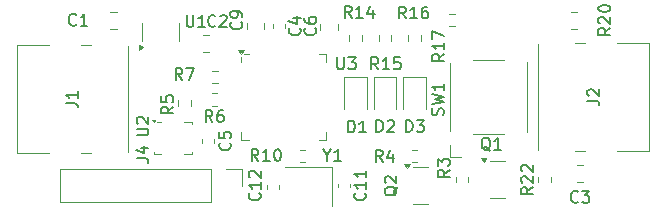
<source format=gbr>
%TF.GenerationSoftware,KiCad,Pcbnew,9.0.4*%
%TF.CreationDate,2025-10-08T21:43:02+01:00*%
%TF.ProjectId,DashcamPower,44617368-6361-46d5-906f-7765722e6b69,rev?*%
%TF.SameCoordinates,Original*%
%TF.FileFunction,Legend,Top*%
%TF.FilePolarity,Positive*%
%FSLAX46Y46*%
G04 Gerber Fmt 4.6, Leading zero omitted, Abs format (unit mm)*
G04 Created by KiCad (PCBNEW 9.0.4) date 2025-10-08 21:43:02*
%MOMM*%
%LPD*%
G01*
G04 APERTURE LIST*
%ADD10C,0.150000*%
%ADD11C,0.120000*%
G04 APERTURE END LIST*
D10*
X95783333Y-105504819D02*
X95450000Y-105028628D01*
X95211905Y-105504819D02*
X95211905Y-104504819D01*
X95211905Y-104504819D02*
X95592857Y-104504819D01*
X95592857Y-104504819D02*
X95688095Y-104552438D01*
X95688095Y-104552438D02*
X95735714Y-104600057D01*
X95735714Y-104600057D02*
X95783333Y-104695295D01*
X95783333Y-104695295D02*
X95783333Y-104838152D01*
X95783333Y-104838152D02*
X95735714Y-104933390D01*
X95735714Y-104933390D02*
X95688095Y-104981009D01*
X95688095Y-104981009D02*
X95592857Y-105028628D01*
X95592857Y-105028628D02*
X95211905Y-105028628D01*
X96640476Y-104838152D02*
X96640476Y-105504819D01*
X96402381Y-104457200D02*
X96164286Y-105171485D01*
X96164286Y-105171485D02*
X96783333Y-105171485D01*
X78054819Y-100816666D02*
X77578628Y-101149999D01*
X78054819Y-101388094D02*
X77054819Y-101388094D01*
X77054819Y-101388094D02*
X77054819Y-101007142D01*
X77054819Y-101007142D02*
X77102438Y-100911904D01*
X77102438Y-100911904D02*
X77150057Y-100864285D01*
X77150057Y-100864285D02*
X77245295Y-100816666D01*
X77245295Y-100816666D02*
X77388152Y-100816666D01*
X77388152Y-100816666D02*
X77483390Y-100864285D01*
X77483390Y-100864285D02*
X77531009Y-100911904D01*
X77531009Y-100911904D02*
X77578628Y-101007142D01*
X77578628Y-101007142D02*
X77578628Y-101388094D01*
X77054819Y-99911904D02*
X77054819Y-100388094D01*
X77054819Y-100388094D02*
X77531009Y-100435713D01*
X77531009Y-100435713D02*
X77483390Y-100388094D01*
X77483390Y-100388094D02*
X77435771Y-100292856D01*
X77435771Y-100292856D02*
X77435771Y-100054761D01*
X77435771Y-100054761D02*
X77483390Y-99959523D01*
X77483390Y-99959523D02*
X77531009Y-99911904D01*
X77531009Y-99911904D02*
X77626247Y-99864285D01*
X77626247Y-99864285D02*
X77864342Y-99864285D01*
X77864342Y-99864285D02*
X77959580Y-99911904D01*
X77959580Y-99911904D02*
X78007200Y-99959523D01*
X78007200Y-99959523D02*
X78054819Y-100054761D01*
X78054819Y-100054761D02*
X78054819Y-100292856D01*
X78054819Y-100292856D02*
X78007200Y-100388094D01*
X78007200Y-100388094D02*
X77959580Y-100435713D01*
X88759580Y-94166666D02*
X88807200Y-94214285D01*
X88807200Y-94214285D02*
X88854819Y-94357142D01*
X88854819Y-94357142D02*
X88854819Y-94452380D01*
X88854819Y-94452380D02*
X88807200Y-94595237D01*
X88807200Y-94595237D02*
X88711961Y-94690475D01*
X88711961Y-94690475D02*
X88616723Y-94738094D01*
X88616723Y-94738094D02*
X88426247Y-94785713D01*
X88426247Y-94785713D02*
X88283390Y-94785713D01*
X88283390Y-94785713D02*
X88092914Y-94738094D01*
X88092914Y-94738094D02*
X87997676Y-94690475D01*
X87997676Y-94690475D02*
X87902438Y-94595237D01*
X87902438Y-94595237D02*
X87854819Y-94452380D01*
X87854819Y-94452380D02*
X87854819Y-94357142D01*
X87854819Y-94357142D02*
X87902438Y-94214285D01*
X87902438Y-94214285D02*
X87950057Y-94166666D01*
X88188152Y-93309523D02*
X88854819Y-93309523D01*
X87807200Y-93547618D02*
X88521485Y-93785713D01*
X88521485Y-93785713D02*
X88521485Y-93166666D01*
X113129819Y-100333333D02*
X113844104Y-100333333D01*
X113844104Y-100333333D02*
X113986961Y-100380952D01*
X113986961Y-100380952D02*
X114082200Y-100476190D01*
X114082200Y-100476190D02*
X114129819Y-100619047D01*
X114129819Y-100619047D02*
X114129819Y-100714285D01*
X113225057Y-99904761D02*
X113177438Y-99857142D01*
X113177438Y-99857142D02*
X113129819Y-99761904D01*
X113129819Y-99761904D02*
X113129819Y-99523809D01*
X113129819Y-99523809D02*
X113177438Y-99428571D01*
X113177438Y-99428571D02*
X113225057Y-99380952D01*
X113225057Y-99380952D02*
X113320295Y-99333333D01*
X113320295Y-99333333D02*
X113415533Y-99333333D01*
X113415533Y-99333333D02*
X113558390Y-99380952D01*
X113558390Y-99380952D02*
X114129819Y-99952380D01*
X114129819Y-99952380D02*
X114129819Y-99333333D01*
X95407142Y-97654819D02*
X95073809Y-97178628D01*
X94835714Y-97654819D02*
X94835714Y-96654819D01*
X94835714Y-96654819D02*
X95216666Y-96654819D01*
X95216666Y-96654819D02*
X95311904Y-96702438D01*
X95311904Y-96702438D02*
X95359523Y-96750057D01*
X95359523Y-96750057D02*
X95407142Y-96845295D01*
X95407142Y-96845295D02*
X95407142Y-96988152D01*
X95407142Y-96988152D02*
X95359523Y-97083390D01*
X95359523Y-97083390D02*
X95311904Y-97131009D01*
X95311904Y-97131009D02*
X95216666Y-97178628D01*
X95216666Y-97178628D02*
X94835714Y-97178628D01*
X96359523Y-97654819D02*
X95788095Y-97654819D01*
X96073809Y-97654819D02*
X96073809Y-96654819D01*
X96073809Y-96654819D02*
X95978571Y-96797676D01*
X95978571Y-96797676D02*
X95883333Y-96892914D01*
X95883333Y-96892914D02*
X95788095Y-96940533D01*
X97264285Y-96654819D02*
X96788095Y-96654819D01*
X96788095Y-96654819D02*
X96740476Y-97131009D01*
X96740476Y-97131009D02*
X96788095Y-97083390D01*
X96788095Y-97083390D02*
X96883333Y-97035771D01*
X96883333Y-97035771D02*
X97121428Y-97035771D01*
X97121428Y-97035771D02*
X97216666Y-97083390D01*
X97216666Y-97083390D02*
X97264285Y-97131009D01*
X97264285Y-97131009D02*
X97311904Y-97226247D01*
X97311904Y-97226247D02*
X97311904Y-97464342D01*
X97311904Y-97464342D02*
X97264285Y-97559580D01*
X97264285Y-97559580D02*
X97216666Y-97607200D01*
X97216666Y-97607200D02*
X97121428Y-97654819D01*
X97121428Y-97654819D02*
X96883333Y-97654819D01*
X96883333Y-97654819D02*
X96788095Y-97607200D01*
X96788095Y-97607200D02*
X96740476Y-97559580D01*
X101454819Y-106166666D02*
X100978628Y-106499999D01*
X101454819Y-106738094D02*
X100454819Y-106738094D01*
X100454819Y-106738094D02*
X100454819Y-106357142D01*
X100454819Y-106357142D02*
X100502438Y-106261904D01*
X100502438Y-106261904D02*
X100550057Y-106214285D01*
X100550057Y-106214285D02*
X100645295Y-106166666D01*
X100645295Y-106166666D02*
X100788152Y-106166666D01*
X100788152Y-106166666D02*
X100883390Y-106214285D01*
X100883390Y-106214285D02*
X100931009Y-106261904D01*
X100931009Y-106261904D02*
X100978628Y-106357142D01*
X100978628Y-106357142D02*
X100978628Y-106738094D01*
X100454819Y-105833332D02*
X100454819Y-105214285D01*
X100454819Y-105214285D02*
X100835771Y-105547618D01*
X100835771Y-105547618D02*
X100835771Y-105404761D01*
X100835771Y-105404761D02*
X100883390Y-105309523D01*
X100883390Y-105309523D02*
X100931009Y-105261904D01*
X100931009Y-105261904D02*
X101026247Y-105214285D01*
X101026247Y-105214285D02*
X101264342Y-105214285D01*
X101264342Y-105214285D02*
X101359580Y-105261904D01*
X101359580Y-105261904D02*
X101407200Y-105309523D01*
X101407200Y-105309523D02*
X101454819Y-105404761D01*
X101454819Y-105404761D02*
X101454819Y-105690475D01*
X101454819Y-105690475D02*
X101407200Y-105785713D01*
X101407200Y-105785713D02*
X101359580Y-105833332D01*
X74954819Y-105183333D02*
X75669104Y-105183333D01*
X75669104Y-105183333D02*
X75811961Y-105230952D01*
X75811961Y-105230952D02*
X75907200Y-105326190D01*
X75907200Y-105326190D02*
X75954819Y-105469047D01*
X75954819Y-105469047D02*
X75954819Y-105564285D01*
X75288152Y-104278571D02*
X75954819Y-104278571D01*
X74907200Y-104516666D02*
X75621485Y-104754761D01*
X75621485Y-104754761D02*
X75621485Y-104135714D01*
X97050057Y-107595238D02*
X97002438Y-107690476D01*
X97002438Y-107690476D02*
X96907200Y-107785714D01*
X96907200Y-107785714D02*
X96764342Y-107928571D01*
X96764342Y-107928571D02*
X96716723Y-108023809D01*
X96716723Y-108023809D02*
X96716723Y-108119047D01*
X96954819Y-108071428D02*
X96907200Y-108166666D01*
X96907200Y-108166666D02*
X96811961Y-108261904D01*
X96811961Y-108261904D02*
X96621485Y-108309523D01*
X96621485Y-108309523D02*
X96288152Y-108309523D01*
X96288152Y-108309523D02*
X96097676Y-108261904D01*
X96097676Y-108261904D02*
X96002438Y-108166666D01*
X96002438Y-108166666D02*
X95954819Y-108071428D01*
X95954819Y-108071428D02*
X95954819Y-107880952D01*
X95954819Y-107880952D02*
X96002438Y-107785714D01*
X96002438Y-107785714D02*
X96097676Y-107690476D01*
X96097676Y-107690476D02*
X96288152Y-107642857D01*
X96288152Y-107642857D02*
X96621485Y-107642857D01*
X96621485Y-107642857D02*
X96811961Y-107690476D01*
X96811961Y-107690476D02*
X96907200Y-107785714D01*
X96907200Y-107785714D02*
X96954819Y-107880952D01*
X96954819Y-107880952D02*
X96954819Y-108071428D01*
X96050057Y-107261904D02*
X96002438Y-107214285D01*
X96002438Y-107214285D02*
X95954819Y-107119047D01*
X95954819Y-107119047D02*
X95954819Y-106880952D01*
X95954819Y-106880952D02*
X96002438Y-106785714D01*
X96002438Y-106785714D02*
X96050057Y-106738095D01*
X96050057Y-106738095D02*
X96145295Y-106690476D01*
X96145295Y-106690476D02*
X96240533Y-106690476D01*
X96240533Y-106690476D02*
X96383390Y-106738095D01*
X96383390Y-106738095D02*
X96954819Y-107309523D01*
X96954819Y-107309523D02*
X96954819Y-106690476D01*
X82859580Y-103891666D02*
X82907200Y-103939285D01*
X82907200Y-103939285D02*
X82954819Y-104082142D01*
X82954819Y-104082142D02*
X82954819Y-104177380D01*
X82954819Y-104177380D02*
X82907200Y-104320237D01*
X82907200Y-104320237D02*
X82811961Y-104415475D01*
X82811961Y-104415475D02*
X82716723Y-104463094D01*
X82716723Y-104463094D02*
X82526247Y-104510713D01*
X82526247Y-104510713D02*
X82383390Y-104510713D01*
X82383390Y-104510713D02*
X82192914Y-104463094D01*
X82192914Y-104463094D02*
X82097676Y-104415475D01*
X82097676Y-104415475D02*
X82002438Y-104320237D01*
X82002438Y-104320237D02*
X81954819Y-104177380D01*
X81954819Y-104177380D02*
X81954819Y-104082142D01*
X81954819Y-104082142D02*
X82002438Y-103939285D01*
X82002438Y-103939285D02*
X82050057Y-103891666D01*
X81954819Y-102986904D02*
X81954819Y-103463094D01*
X81954819Y-103463094D02*
X82431009Y-103510713D01*
X82431009Y-103510713D02*
X82383390Y-103463094D01*
X82383390Y-103463094D02*
X82335771Y-103367856D01*
X82335771Y-103367856D02*
X82335771Y-103129761D01*
X82335771Y-103129761D02*
X82383390Y-103034523D01*
X82383390Y-103034523D02*
X82431009Y-102986904D01*
X82431009Y-102986904D02*
X82526247Y-102939285D01*
X82526247Y-102939285D02*
X82764342Y-102939285D01*
X82764342Y-102939285D02*
X82859580Y-102986904D01*
X82859580Y-102986904D02*
X82907200Y-103034523D01*
X82907200Y-103034523D02*
X82954819Y-103129761D01*
X82954819Y-103129761D02*
X82954819Y-103367856D01*
X82954819Y-103367856D02*
X82907200Y-103463094D01*
X82907200Y-103463094D02*
X82859580Y-103510713D01*
X69833333Y-93859580D02*
X69785714Y-93907200D01*
X69785714Y-93907200D02*
X69642857Y-93954819D01*
X69642857Y-93954819D02*
X69547619Y-93954819D01*
X69547619Y-93954819D02*
X69404762Y-93907200D01*
X69404762Y-93907200D02*
X69309524Y-93811961D01*
X69309524Y-93811961D02*
X69261905Y-93716723D01*
X69261905Y-93716723D02*
X69214286Y-93526247D01*
X69214286Y-93526247D02*
X69214286Y-93383390D01*
X69214286Y-93383390D02*
X69261905Y-93192914D01*
X69261905Y-93192914D02*
X69309524Y-93097676D01*
X69309524Y-93097676D02*
X69404762Y-93002438D01*
X69404762Y-93002438D02*
X69547619Y-92954819D01*
X69547619Y-92954819D02*
X69642857Y-92954819D01*
X69642857Y-92954819D02*
X69785714Y-93002438D01*
X69785714Y-93002438D02*
X69833333Y-93050057D01*
X70785714Y-93954819D02*
X70214286Y-93954819D01*
X70500000Y-93954819D02*
X70500000Y-92954819D01*
X70500000Y-92954819D02*
X70404762Y-93097676D01*
X70404762Y-93097676D02*
X70309524Y-93192914D01*
X70309524Y-93192914D02*
X70214286Y-93240533D01*
X100907200Y-101533332D02*
X100954819Y-101390475D01*
X100954819Y-101390475D02*
X100954819Y-101152380D01*
X100954819Y-101152380D02*
X100907200Y-101057142D01*
X100907200Y-101057142D02*
X100859580Y-101009523D01*
X100859580Y-101009523D02*
X100764342Y-100961904D01*
X100764342Y-100961904D02*
X100669104Y-100961904D01*
X100669104Y-100961904D02*
X100573866Y-101009523D01*
X100573866Y-101009523D02*
X100526247Y-101057142D01*
X100526247Y-101057142D02*
X100478628Y-101152380D01*
X100478628Y-101152380D02*
X100431009Y-101342856D01*
X100431009Y-101342856D02*
X100383390Y-101438094D01*
X100383390Y-101438094D02*
X100335771Y-101485713D01*
X100335771Y-101485713D02*
X100240533Y-101533332D01*
X100240533Y-101533332D02*
X100145295Y-101533332D01*
X100145295Y-101533332D02*
X100050057Y-101485713D01*
X100050057Y-101485713D02*
X100002438Y-101438094D01*
X100002438Y-101438094D02*
X99954819Y-101342856D01*
X99954819Y-101342856D02*
X99954819Y-101104761D01*
X99954819Y-101104761D02*
X100002438Y-100961904D01*
X99954819Y-100628570D02*
X100954819Y-100390475D01*
X100954819Y-100390475D02*
X100240533Y-100199999D01*
X100240533Y-100199999D02*
X100954819Y-100009523D01*
X100954819Y-100009523D02*
X99954819Y-99771428D01*
X100954819Y-98866666D02*
X100954819Y-99438094D01*
X100954819Y-99152380D02*
X99954819Y-99152380D01*
X99954819Y-99152380D02*
X100097676Y-99247618D01*
X100097676Y-99247618D02*
X100192914Y-99342856D01*
X100192914Y-99342856D02*
X100240533Y-99438094D01*
X74954819Y-103261904D02*
X75764342Y-103261904D01*
X75764342Y-103261904D02*
X75859580Y-103214285D01*
X75859580Y-103214285D02*
X75907200Y-103166666D01*
X75907200Y-103166666D02*
X75954819Y-103071428D01*
X75954819Y-103071428D02*
X75954819Y-102880952D01*
X75954819Y-102880952D02*
X75907200Y-102785714D01*
X75907200Y-102785714D02*
X75859580Y-102738095D01*
X75859580Y-102738095D02*
X75764342Y-102690476D01*
X75764342Y-102690476D02*
X74954819Y-102690476D01*
X75050057Y-102261904D02*
X75002438Y-102214285D01*
X75002438Y-102214285D02*
X74954819Y-102119047D01*
X74954819Y-102119047D02*
X74954819Y-101880952D01*
X74954819Y-101880952D02*
X75002438Y-101785714D01*
X75002438Y-101785714D02*
X75050057Y-101738095D01*
X75050057Y-101738095D02*
X75145295Y-101690476D01*
X75145295Y-101690476D02*
X75240533Y-101690476D01*
X75240533Y-101690476D02*
X75383390Y-101738095D01*
X75383390Y-101738095D02*
X75954819Y-102309523D01*
X75954819Y-102309523D02*
X75954819Y-101690476D01*
X101004819Y-96342857D02*
X100528628Y-96676190D01*
X101004819Y-96914285D02*
X100004819Y-96914285D01*
X100004819Y-96914285D02*
X100004819Y-96533333D01*
X100004819Y-96533333D02*
X100052438Y-96438095D01*
X100052438Y-96438095D02*
X100100057Y-96390476D01*
X100100057Y-96390476D02*
X100195295Y-96342857D01*
X100195295Y-96342857D02*
X100338152Y-96342857D01*
X100338152Y-96342857D02*
X100433390Y-96390476D01*
X100433390Y-96390476D02*
X100481009Y-96438095D01*
X100481009Y-96438095D02*
X100528628Y-96533333D01*
X100528628Y-96533333D02*
X100528628Y-96914285D01*
X101004819Y-95390476D02*
X101004819Y-95961904D01*
X101004819Y-95676190D02*
X100004819Y-95676190D01*
X100004819Y-95676190D02*
X100147676Y-95771428D01*
X100147676Y-95771428D02*
X100242914Y-95866666D01*
X100242914Y-95866666D02*
X100290533Y-95961904D01*
X100004819Y-95057142D02*
X100004819Y-94390476D01*
X100004819Y-94390476D02*
X101004819Y-94819047D01*
X68954819Y-100508333D02*
X69669104Y-100508333D01*
X69669104Y-100508333D02*
X69811961Y-100555952D01*
X69811961Y-100555952D02*
X69907200Y-100651190D01*
X69907200Y-100651190D02*
X69954819Y-100794047D01*
X69954819Y-100794047D02*
X69954819Y-100889285D01*
X69954819Y-99508333D02*
X69954819Y-100079761D01*
X69954819Y-99794047D02*
X68954819Y-99794047D01*
X68954819Y-99794047D02*
X69097676Y-99889285D01*
X69097676Y-99889285D02*
X69192914Y-99984523D01*
X69192914Y-99984523D02*
X69240533Y-100079761D01*
X81383333Y-102104819D02*
X81050000Y-101628628D01*
X80811905Y-102104819D02*
X80811905Y-101104819D01*
X80811905Y-101104819D02*
X81192857Y-101104819D01*
X81192857Y-101104819D02*
X81288095Y-101152438D01*
X81288095Y-101152438D02*
X81335714Y-101200057D01*
X81335714Y-101200057D02*
X81383333Y-101295295D01*
X81383333Y-101295295D02*
X81383333Y-101438152D01*
X81383333Y-101438152D02*
X81335714Y-101533390D01*
X81335714Y-101533390D02*
X81288095Y-101581009D01*
X81288095Y-101581009D02*
X81192857Y-101628628D01*
X81192857Y-101628628D02*
X80811905Y-101628628D01*
X82240476Y-101104819D02*
X82050000Y-101104819D01*
X82050000Y-101104819D02*
X81954762Y-101152438D01*
X81954762Y-101152438D02*
X81907143Y-101200057D01*
X81907143Y-101200057D02*
X81811905Y-101342914D01*
X81811905Y-101342914D02*
X81764286Y-101533390D01*
X81764286Y-101533390D02*
X81764286Y-101914342D01*
X81764286Y-101914342D02*
X81811905Y-102009580D01*
X81811905Y-102009580D02*
X81859524Y-102057200D01*
X81859524Y-102057200D02*
X81954762Y-102104819D01*
X81954762Y-102104819D02*
X82145238Y-102104819D01*
X82145238Y-102104819D02*
X82240476Y-102057200D01*
X82240476Y-102057200D02*
X82288095Y-102009580D01*
X82288095Y-102009580D02*
X82335714Y-101914342D01*
X82335714Y-101914342D02*
X82335714Y-101676247D01*
X82335714Y-101676247D02*
X82288095Y-101581009D01*
X82288095Y-101581009D02*
X82240476Y-101533390D01*
X82240476Y-101533390D02*
X82145238Y-101485771D01*
X82145238Y-101485771D02*
X81954762Y-101485771D01*
X81954762Y-101485771D02*
X81859524Y-101533390D01*
X81859524Y-101533390D02*
X81811905Y-101581009D01*
X81811905Y-101581009D02*
X81764286Y-101676247D01*
X91938095Y-96654819D02*
X91938095Y-97464342D01*
X91938095Y-97464342D02*
X91985714Y-97559580D01*
X91985714Y-97559580D02*
X92033333Y-97607200D01*
X92033333Y-97607200D02*
X92128571Y-97654819D01*
X92128571Y-97654819D02*
X92319047Y-97654819D01*
X92319047Y-97654819D02*
X92414285Y-97607200D01*
X92414285Y-97607200D02*
X92461904Y-97559580D01*
X92461904Y-97559580D02*
X92509523Y-97464342D01*
X92509523Y-97464342D02*
X92509523Y-96654819D01*
X92890476Y-96654819D02*
X93509523Y-96654819D01*
X93509523Y-96654819D02*
X93176190Y-97035771D01*
X93176190Y-97035771D02*
X93319047Y-97035771D01*
X93319047Y-97035771D02*
X93414285Y-97083390D01*
X93414285Y-97083390D02*
X93461904Y-97131009D01*
X93461904Y-97131009D02*
X93509523Y-97226247D01*
X93509523Y-97226247D02*
X93509523Y-97464342D01*
X93509523Y-97464342D02*
X93461904Y-97559580D01*
X93461904Y-97559580D02*
X93414285Y-97607200D01*
X93414285Y-97607200D02*
X93319047Y-97654819D01*
X93319047Y-97654819D02*
X93033333Y-97654819D01*
X93033333Y-97654819D02*
X92938095Y-97607200D01*
X92938095Y-97607200D02*
X92890476Y-97559580D01*
X83809580Y-93666666D02*
X83857200Y-93714285D01*
X83857200Y-93714285D02*
X83904819Y-93857142D01*
X83904819Y-93857142D02*
X83904819Y-93952380D01*
X83904819Y-93952380D02*
X83857200Y-94095237D01*
X83857200Y-94095237D02*
X83761961Y-94190475D01*
X83761961Y-94190475D02*
X83666723Y-94238094D01*
X83666723Y-94238094D02*
X83476247Y-94285713D01*
X83476247Y-94285713D02*
X83333390Y-94285713D01*
X83333390Y-94285713D02*
X83142914Y-94238094D01*
X83142914Y-94238094D02*
X83047676Y-94190475D01*
X83047676Y-94190475D02*
X82952438Y-94095237D01*
X82952438Y-94095237D02*
X82904819Y-93952380D01*
X82904819Y-93952380D02*
X82904819Y-93857142D01*
X82904819Y-93857142D02*
X82952438Y-93714285D01*
X82952438Y-93714285D02*
X83000057Y-93666666D01*
X83904819Y-93190475D02*
X83904819Y-92999999D01*
X83904819Y-92999999D02*
X83857200Y-92904761D01*
X83857200Y-92904761D02*
X83809580Y-92857142D01*
X83809580Y-92857142D02*
X83666723Y-92761904D01*
X83666723Y-92761904D02*
X83476247Y-92714285D01*
X83476247Y-92714285D02*
X83095295Y-92714285D01*
X83095295Y-92714285D02*
X83000057Y-92761904D01*
X83000057Y-92761904D02*
X82952438Y-92809523D01*
X82952438Y-92809523D02*
X82904819Y-92904761D01*
X82904819Y-92904761D02*
X82904819Y-93095237D01*
X82904819Y-93095237D02*
X82952438Y-93190475D01*
X82952438Y-93190475D02*
X83000057Y-93238094D01*
X83000057Y-93238094D02*
X83095295Y-93285713D01*
X83095295Y-93285713D02*
X83333390Y-93285713D01*
X83333390Y-93285713D02*
X83428628Y-93238094D01*
X83428628Y-93238094D02*
X83476247Y-93190475D01*
X83476247Y-93190475D02*
X83523866Y-93095237D01*
X83523866Y-93095237D02*
X83523866Y-92904761D01*
X83523866Y-92904761D02*
X83476247Y-92809523D01*
X83476247Y-92809523D02*
X83428628Y-92761904D01*
X83428628Y-92761904D02*
X83333390Y-92714285D01*
X97761905Y-102954819D02*
X97761905Y-101954819D01*
X97761905Y-101954819D02*
X98000000Y-101954819D01*
X98000000Y-101954819D02*
X98142857Y-102002438D01*
X98142857Y-102002438D02*
X98238095Y-102097676D01*
X98238095Y-102097676D02*
X98285714Y-102192914D01*
X98285714Y-102192914D02*
X98333333Y-102383390D01*
X98333333Y-102383390D02*
X98333333Y-102526247D01*
X98333333Y-102526247D02*
X98285714Y-102716723D01*
X98285714Y-102716723D02*
X98238095Y-102811961D01*
X98238095Y-102811961D02*
X98142857Y-102907200D01*
X98142857Y-102907200D02*
X98000000Y-102954819D01*
X98000000Y-102954819D02*
X97761905Y-102954819D01*
X98666667Y-101954819D02*
X99285714Y-101954819D01*
X99285714Y-101954819D02*
X98952381Y-102335771D01*
X98952381Y-102335771D02*
X99095238Y-102335771D01*
X99095238Y-102335771D02*
X99190476Y-102383390D01*
X99190476Y-102383390D02*
X99238095Y-102431009D01*
X99238095Y-102431009D02*
X99285714Y-102526247D01*
X99285714Y-102526247D02*
X99285714Y-102764342D01*
X99285714Y-102764342D02*
X99238095Y-102859580D01*
X99238095Y-102859580D02*
X99190476Y-102907200D01*
X99190476Y-102907200D02*
X99095238Y-102954819D01*
X99095238Y-102954819D02*
X98809524Y-102954819D01*
X98809524Y-102954819D02*
X98714286Y-102907200D01*
X98714286Y-102907200D02*
X98666667Y-102859580D01*
X97757142Y-93354819D02*
X97423809Y-92878628D01*
X97185714Y-93354819D02*
X97185714Y-92354819D01*
X97185714Y-92354819D02*
X97566666Y-92354819D01*
X97566666Y-92354819D02*
X97661904Y-92402438D01*
X97661904Y-92402438D02*
X97709523Y-92450057D01*
X97709523Y-92450057D02*
X97757142Y-92545295D01*
X97757142Y-92545295D02*
X97757142Y-92688152D01*
X97757142Y-92688152D02*
X97709523Y-92783390D01*
X97709523Y-92783390D02*
X97661904Y-92831009D01*
X97661904Y-92831009D02*
X97566666Y-92878628D01*
X97566666Y-92878628D02*
X97185714Y-92878628D01*
X98709523Y-93354819D02*
X98138095Y-93354819D01*
X98423809Y-93354819D02*
X98423809Y-92354819D01*
X98423809Y-92354819D02*
X98328571Y-92497676D01*
X98328571Y-92497676D02*
X98233333Y-92592914D01*
X98233333Y-92592914D02*
X98138095Y-92640533D01*
X99566666Y-92354819D02*
X99376190Y-92354819D01*
X99376190Y-92354819D02*
X99280952Y-92402438D01*
X99280952Y-92402438D02*
X99233333Y-92450057D01*
X99233333Y-92450057D02*
X99138095Y-92592914D01*
X99138095Y-92592914D02*
X99090476Y-92783390D01*
X99090476Y-92783390D02*
X99090476Y-93164342D01*
X99090476Y-93164342D02*
X99138095Y-93259580D01*
X99138095Y-93259580D02*
X99185714Y-93307200D01*
X99185714Y-93307200D02*
X99280952Y-93354819D01*
X99280952Y-93354819D02*
X99471428Y-93354819D01*
X99471428Y-93354819D02*
X99566666Y-93307200D01*
X99566666Y-93307200D02*
X99614285Y-93259580D01*
X99614285Y-93259580D02*
X99661904Y-93164342D01*
X99661904Y-93164342D02*
X99661904Y-92926247D01*
X99661904Y-92926247D02*
X99614285Y-92831009D01*
X99614285Y-92831009D02*
X99566666Y-92783390D01*
X99566666Y-92783390D02*
X99471428Y-92735771D01*
X99471428Y-92735771D02*
X99280952Y-92735771D01*
X99280952Y-92735771D02*
X99185714Y-92783390D01*
X99185714Y-92783390D02*
X99138095Y-92831009D01*
X99138095Y-92831009D02*
X99090476Y-92926247D01*
X79188095Y-93054819D02*
X79188095Y-93864342D01*
X79188095Y-93864342D02*
X79235714Y-93959580D01*
X79235714Y-93959580D02*
X79283333Y-94007200D01*
X79283333Y-94007200D02*
X79378571Y-94054819D01*
X79378571Y-94054819D02*
X79569047Y-94054819D01*
X79569047Y-94054819D02*
X79664285Y-94007200D01*
X79664285Y-94007200D02*
X79711904Y-93959580D01*
X79711904Y-93959580D02*
X79759523Y-93864342D01*
X79759523Y-93864342D02*
X79759523Y-93054819D01*
X80759523Y-94054819D02*
X80188095Y-94054819D01*
X80473809Y-94054819D02*
X80473809Y-93054819D01*
X80473809Y-93054819D02*
X80378571Y-93197676D01*
X80378571Y-93197676D02*
X80283333Y-93292914D01*
X80283333Y-93292914D02*
X80188095Y-93340533D01*
X108524819Y-107642857D02*
X108048628Y-107976190D01*
X108524819Y-108214285D02*
X107524819Y-108214285D01*
X107524819Y-108214285D02*
X107524819Y-107833333D01*
X107524819Y-107833333D02*
X107572438Y-107738095D01*
X107572438Y-107738095D02*
X107620057Y-107690476D01*
X107620057Y-107690476D02*
X107715295Y-107642857D01*
X107715295Y-107642857D02*
X107858152Y-107642857D01*
X107858152Y-107642857D02*
X107953390Y-107690476D01*
X107953390Y-107690476D02*
X108001009Y-107738095D01*
X108001009Y-107738095D02*
X108048628Y-107833333D01*
X108048628Y-107833333D02*
X108048628Y-108214285D01*
X107620057Y-107261904D02*
X107572438Y-107214285D01*
X107572438Y-107214285D02*
X107524819Y-107119047D01*
X107524819Y-107119047D02*
X107524819Y-106880952D01*
X107524819Y-106880952D02*
X107572438Y-106785714D01*
X107572438Y-106785714D02*
X107620057Y-106738095D01*
X107620057Y-106738095D02*
X107715295Y-106690476D01*
X107715295Y-106690476D02*
X107810533Y-106690476D01*
X107810533Y-106690476D02*
X107953390Y-106738095D01*
X107953390Y-106738095D02*
X108524819Y-107309523D01*
X108524819Y-107309523D02*
X108524819Y-106690476D01*
X107620057Y-106309523D02*
X107572438Y-106261904D01*
X107572438Y-106261904D02*
X107524819Y-106166666D01*
X107524819Y-106166666D02*
X107524819Y-105928571D01*
X107524819Y-105928571D02*
X107572438Y-105833333D01*
X107572438Y-105833333D02*
X107620057Y-105785714D01*
X107620057Y-105785714D02*
X107715295Y-105738095D01*
X107715295Y-105738095D02*
X107810533Y-105738095D01*
X107810533Y-105738095D02*
X107953390Y-105785714D01*
X107953390Y-105785714D02*
X108524819Y-106357142D01*
X108524819Y-106357142D02*
X108524819Y-105738095D01*
X104904761Y-104550057D02*
X104809523Y-104502438D01*
X104809523Y-104502438D02*
X104714285Y-104407200D01*
X104714285Y-104407200D02*
X104571428Y-104264342D01*
X104571428Y-104264342D02*
X104476190Y-104216723D01*
X104476190Y-104216723D02*
X104380952Y-104216723D01*
X104428571Y-104454819D02*
X104333333Y-104407200D01*
X104333333Y-104407200D02*
X104238095Y-104311961D01*
X104238095Y-104311961D02*
X104190476Y-104121485D01*
X104190476Y-104121485D02*
X104190476Y-103788152D01*
X104190476Y-103788152D02*
X104238095Y-103597676D01*
X104238095Y-103597676D02*
X104333333Y-103502438D01*
X104333333Y-103502438D02*
X104428571Y-103454819D01*
X104428571Y-103454819D02*
X104619047Y-103454819D01*
X104619047Y-103454819D02*
X104714285Y-103502438D01*
X104714285Y-103502438D02*
X104809523Y-103597676D01*
X104809523Y-103597676D02*
X104857142Y-103788152D01*
X104857142Y-103788152D02*
X104857142Y-104121485D01*
X104857142Y-104121485D02*
X104809523Y-104311961D01*
X104809523Y-104311961D02*
X104714285Y-104407200D01*
X104714285Y-104407200D02*
X104619047Y-104454819D01*
X104619047Y-104454819D02*
X104428571Y-104454819D01*
X105809523Y-104454819D02*
X105238095Y-104454819D01*
X105523809Y-104454819D02*
X105523809Y-103454819D01*
X105523809Y-103454819D02*
X105428571Y-103597676D01*
X105428571Y-103597676D02*
X105333333Y-103692914D01*
X105333333Y-103692914D02*
X105238095Y-103740533D01*
X91073809Y-104928628D02*
X91073809Y-105404819D01*
X90740476Y-104404819D02*
X91073809Y-104928628D01*
X91073809Y-104928628D02*
X91407142Y-104404819D01*
X92264285Y-105404819D02*
X91692857Y-105404819D01*
X91978571Y-105404819D02*
X91978571Y-104404819D01*
X91978571Y-104404819D02*
X91883333Y-104547676D01*
X91883333Y-104547676D02*
X91788095Y-104642914D01*
X91788095Y-104642914D02*
X91692857Y-104690533D01*
X85257142Y-105404819D02*
X84923809Y-104928628D01*
X84685714Y-105404819D02*
X84685714Y-104404819D01*
X84685714Y-104404819D02*
X85066666Y-104404819D01*
X85066666Y-104404819D02*
X85161904Y-104452438D01*
X85161904Y-104452438D02*
X85209523Y-104500057D01*
X85209523Y-104500057D02*
X85257142Y-104595295D01*
X85257142Y-104595295D02*
X85257142Y-104738152D01*
X85257142Y-104738152D02*
X85209523Y-104833390D01*
X85209523Y-104833390D02*
X85161904Y-104881009D01*
X85161904Y-104881009D02*
X85066666Y-104928628D01*
X85066666Y-104928628D02*
X84685714Y-104928628D01*
X86209523Y-105404819D02*
X85638095Y-105404819D01*
X85923809Y-105404819D02*
X85923809Y-104404819D01*
X85923809Y-104404819D02*
X85828571Y-104547676D01*
X85828571Y-104547676D02*
X85733333Y-104642914D01*
X85733333Y-104642914D02*
X85638095Y-104690533D01*
X86828571Y-104404819D02*
X86923809Y-104404819D01*
X86923809Y-104404819D02*
X87019047Y-104452438D01*
X87019047Y-104452438D02*
X87066666Y-104500057D01*
X87066666Y-104500057D02*
X87114285Y-104595295D01*
X87114285Y-104595295D02*
X87161904Y-104785771D01*
X87161904Y-104785771D02*
X87161904Y-105023866D01*
X87161904Y-105023866D02*
X87114285Y-105214342D01*
X87114285Y-105214342D02*
X87066666Y-105309580D01*
X87066666Y-105309580D02*
X87019047Y-105357200D01*
X87019047Y-105357200D02*
X86923809Y-105404819D01*
X86923809Y-105404819D02*
X86828571Y-105404819D01*
X86828571Y-105404819D02*
X86733333Y-105357200D01*
X86733333Y-105357200D02*
X86685714Y-105309580D01*
X86685714Y-105309580D02*
X86638095Y-105214342D01*
X86638095Y-105214342D02*
X86590476Y-105023866D01*
X86590476Y-105023866D02*
X86590476Y-104785771D01*
X86590476Y-104785771D02*
X86638095Y-104595295D01*
X86638095Y-104595295D02*
X86685714Y-104500057D01*
X86685714Y-104500057D02*
X86733333Y-104452438D01*
X86733333Y-104452438D02*
X86828571Y-104404819D01*
X95261905Y-102954819D02*
X95261905Y-101954819D01*
X95261905Y-101954819D02*
X95500000Y-101954819D01*
X95500000Y-101954819D02*
X95642857Y-102002438D01*
X95642857Y-102002438D02*
X95738095Y-102097676D01*
X95738095Y-102097676D02*
X95785714Y-102192914D01*
X95785714Y-102192914D02*
X95833333Y-102383390D01*
X95833333Y-102383390D02*
X95833333Y-102526247D01*
X95833333Y-102526247D02*
X95785714Y-102716723D01*
X95785714Y-102716723D02*
X95738095Y-102811961D01*
X95738095Y-102811961D02*
X95642857Y-102907200D01*
X95642857Y-102907200D02*
X95500000Y-102954819D01*
X95500000Y-102954819D02*
X95261905Y-102954819D01*
X96214286Y-102050057D02*
X96261905Y-102002438D01*
X96261905Y-102002438D02*
X96357143Y-101954819D01*
X96357143Y-101954819D02*
X96595238Y-101954819D01*
X96595238Y-101954819D02*
X96690476Y-102002438D01*
X96690476Y-102002438D02*
X96738095Y-102050057D01*
X96738095Y-102050057D02*
X96785714Y-102145295D01*
X96785714Y-102145295D02*
X96785714Y-102240533D01*
X96785714Y-102240533D02*
X96738095Y-102383390D01*
X96738095Y-102383390D02*
X96166667Y-102954819D01*
X96166667Y-102954819D02*
X96785714Y-102954819D01*
X92861905Y-103004819D02*
X92861905Y-102004819D01*
X92861905Y-102004819D02*
X93100000Y-102004819D01*
X93100000Y-102004819D02*
X93242857Y-102052438D01*
X93242857Y-102052438D02*
X93338095Y-102147676D01*
X93338095Y-102147676D02*
X93385714Y-102242914D01*
X93385714Y-102242914D02*
X93433333Y-102433390D01*
X93433333Y-102433390D02*
X93433333Y-102576247D01*
X93433333Y-102576247D02*
X93385714Y-102766723D01*
X93385714Y-102766723D02*
X93338095Y-102861961D01*
X93338095Y-102861961D02*
X93242857Y-102957200D01*
X93242857Y-102957200D02*
X93100000Y-103004819D01*
X93100000Y-103004819D02*
X92861905Y-103004819D01*
X94385714Y-103004819D02*
X93814286Y-103004819D01*
X94100000Y-103004819D02*
X94100000Y-102004819D01*
X94100000Y-102004819D02*
X94004762Y-102147676D01*
X94004762Y-102147676D02*
X93909524Y-102242914D01*
X93909524Y-102242914D02*
X93814286Y-102290533D01*
X94289580Y-108142857D02*
X94337200Y-108190476D01*
X94337200Y-108190476D02*
X94384819Y-108333333D01*
X94384819Y-108333333D02*
X94384819Y-108428571D01*
X94384819Y-108428571D02*
X94337200Y-108571428D01*
X94337200Y-108571428D02*
X94241961Y-108666666D01*
X94241961Y-108666666D02*
X94146723Y-108714285D01*
X94146723Y-108714285D02*
X93956247Y-108761904D01*
X93956247Y-108761904D02*
X93813390Y-108761904D01*
X93813390Y-108761904D02*
X93622914Y-108714285D01*
X93622914Y-108714285D02*
X93527676Y-108666666D01*
X93527676Y-108666666D02*
X93432438Y-108571428D01*
X93432438Y-108571428D02*
X93384819Y-108428571D01*
X93384819Y-108428571D02*
X93384819Y-108333333D01*
X93384819Y-108333333D02*
X93432438Y-108190476D01*
X93432438Y-108190476D02*
X93480057Y-108142857D01*
X94384819Y-107190476D02*
X94384819Y-107761904D01*
X94384819Y-107476190D02*
X93384819Y-107476190D01*
X93384819Y-107476190D02*
X93527676Y-107571428D01*
X93527676Y-107571428D02*
X93622914Y-107666666D01*
X93622914Y-107666666D02*
X93670533Y-107761904D01*
X94384819Y-106238095D02*
X94384819Y-106809523D01*
X94384819Y-106523809D02*
X93384819Y-106523809D01*
X93384819Y-106523809D02*
X93527676Y-106619047D01*
X93527676Y-106619047D02*
X93622914Y-106714285D01*
X93622914Y-106714285D02*
X93670533Y-106809523D01*
X115054819Y-94142857D02*
X114578628Y-94476190D01*
X115054819Y-94714285D02*
X114054819Y-94714285D01*
X114054819Y-94714285D02*
X114054819Y-94333333D01*
X114054819Y-94333333D02*
X114102438Y-94238095D01*
X114102438Y-94238095D02*
X114150057Y-94190476D01*
X114150057Y-94190476D02*
X114245295Y-94142857D01*
X114245295Y-94142857D02*
X114388152Y-94142857D01*
X114388152Y-94142857D02*
X114483390Y-94190476D01*
X114483390Y-94190476D02*
X114531009Y-94238095D01*
X114531009Y-94238095D02*
X114578628Y-94333333D01*
X114578628Y-94333333D02*
X114578628Y-94714285D01*
X114150057Y-93761904D02*
X114102438Y-93714285D01*
X114102438Y-93714285D02*
X114054819Y-93619047D01*
X114054819Y-93619047D02*
X114054819Y-93380952D01*
X114054819Y-93380952D02*
X114102438Y-93285714D01*
X114102438Y-93285714D02*
X114150057Y-93238095D01*
X114150057Y-93238095D02*
X114245295Y-93190476D01*
X114245295Y-93190476D02*
X114340533Y-93190476D01*
X114340533Y-93190476D02*
X114483390Y-93238095D01*
X114483390Y-93238095D02*
X115054819Y-93809523D01*
X115054819Y-93809523D02*
X115054819Y-93190476D01*
X114054819Y-92571428D02*
X114054819Y-92476190D01*
X114054819Y-92476190D02*
X114102438Y-92380952D01*
X114102438Y-92380952D02*
X114150057Y-92333333D01*
X114150057Y-92333333D02*
X114245295Y-92285714D01*
X114245295Y-92285714D02*
X114435771Y-92238095D01*
X114435771Y-92238095D02*
X114673866Y-92238095D01*
X114673866Y-92238095D02*
X114864342Y-92285714D01*
X114864342Y-92285714D02*
X114959580Y-92333333D01*
X114959580Y-92333333D02*
X115007200Y-92380952D01*
X115007200Y-92380952D02*
X115054819Y-92476190D01*
X115054819Y-92476190D02*
X115054819Y-92571428D01*
X115054819Y-92571428D02*
X115007200Y-92666666D01*
X115007200Y-92666666D02*
X114959580Y-92714285D01*
X114959580Y-92714285D02*
X114864342Y-92761904D01*
X114864342Y-92761904D02*
X114673866Y-92809523D01*
X114673866Y-92809523D02*
X114435771Y-92809523D01*
X114435771Y-92809523D02*
X114245295Y-92761904D01*
X114245295Y-92761904D02*
X114150057Y-92714285D01*
X114150057Y-92714285D02*
X114102438Y-92666666D01*
X114102438Y-92666666D02*
X114054819Y-92571428D01*
X78833333Y-98554819D02*
X78500000Y-98078628D01*
X78261905Y-98554819D02*
X78261905Y-97554819D01*
X78261905Y-97554819D02*
X78642857Y-97554819D01*
X78642857Y-97554819D02*
X78738095Y-97602438D01*
X78738095Y-97602438D02*
X78785714Y-97650057D01*
X78785714Y-97650057D02*
X78833333Y-97745295D01*
X78833333Y-97745295D02*
X78833333Y-97888152D01*
X78833333Y-97888152D02*
X78785714Y-97983390D01*
X78785714Y-97983390D02*
X78738095Y-98031009D01*
X78738095Y-98031009D02*
X78642857Y-98078628D01*
X78642857Y-98078628D02*
X78261905Y-98078628D01*
X79166667Y-97554819D02*
X79833333Y-97554819D01*
X79833333Y-97554819D02*
X79404762Y-98554819D01*
X90059580Y-94166666D02*
X90107200Y-94214285D01*
X90107200Y-94214285D02*
X90154819Y-94357142D01*
X90154819Y-94357142D02*
X90154819Y-94452380D01*
X90154819Y-94452380D02*
X90107200Y-94595237D01*
X90107200Y-94595237D02*
X90011961Y-94690475D01*
X90011961Y-94690475D02*
X89916723Y-94738094D01*
X89916723Y-94738094D02*
X89726247Y-94785713D01*
X89726247Y-94785713D02*
X89583390Y-94785713D01*
X89583390Y-94785713D02*
X89392914Y-94738094D01*
X89392914Y-94738094D02*
X89297676Y-94690475D01*
X89297676Y-94690475D02*
X89202438Y-94595237D01*
X89202438Y-94595237D02*
X89154819Y-94452380D01*
X89154819Y-94452380D02*
X89154819Y-94357142D01*
X89154819Y-94357142D02*
X89202438Y-94214285D01*
X89202438Y-94214285D02*
X89250057Y-94166666D01*
X89154819Y-93309523D02*
X89154819Y-93499999D01*
X89154819Y-93499999D02*
X89202438Y-93595237D01*
X89202438Y-93595237D02*
X89250057Y-93642856D01*
X89250057Y-93642856D02*
X89392914Y-93738094D01*
X89392914Y-93738094D02*
X89583390Y-93785713D01*
X89583390Y-93785713D02*
X89964342Y-93785713D01*
X89964342Y-93785713D02*
X90059580Y-93738094D01*
X90059580Y-93738094D02*
X90107200Y-93690475D01*
X90107200Y-93690475D02*
X90154819Y-93595237D01*
X90154819Y-93595237D02*
X90154819Y-93404761D01*
X90154819Y-93404761D02*
X90107200Y-93309523D01*
X90107200Y-93309523D02*
X90059580Y-93261904D01*
X90059580Y-93261904D02*
X89964342Y-93214285D01*
X89964342Y-93214285D02*
X89726247Y-93214285D01*
X89726247Y-93214285D02*
X89631009Y-93261904D01*
X89631009Y-93261904D02*
X89583390Y-93309523D01*
X89583390Y-93309523D02*
X89535771Y-93404761D01*
X89535771Y-93404761D02*
X89535771Y-93595237D01*
X89535771Y-93595237D02*
X89583390Y-93690475D01*
X89583390Y-93690475D02*
X89631009Y-93738094D01*
X89631009Y-93738094D02*
X89726247Y-93785713D01*
X85359580Y-108142857D02*
X85407200Y-108190476D01*
X85407200Y-108190476D02*
X85454819Y-108333333D01*
X85454819Y-108333333D02*
X85454819Y-108428571D01*
X85454819Y-108428571D02*
X85407200Y-108571428D01*
X85407200Y-108571428D02*
X85311961Y-108666666D01*
X85311961Y-108666666D02*
X85216723Y-108714285D01*
X85216723Y-108714285D02*
X85026247Y-108761904D01*
X85026247Y-108761904D02*
X84883390Y-108761904D01*
X84883390Y-108761904D02*
X84692914Y-108714285D01*
X84692914Y-108714285D02*
X84597676Y-108666666D01*
X84597676Y-108666666D02*
X84502438Y-108571428D01*
X84502438Y-108571428D02*
X84454819Y-108428571D01*
X84454819Y-108428571D02*
X84454819Y-108333333D01*
X84454819Y-108333333D02*
X84502438Y-108190476D01*
X84502438Y-108190476D02*
X84550057Y-108142857D01*
X85454819Y-107190476D02*
X85454819Y-107761904D01*
X85454819Y-107476190D02*
X84454819Y-107476190D01*
X84454819Y-107476190D02*
X84597676Y-107571428D01*
X84597676Y-107571428D02*
X84692914Y-107666666D01*
X84692914Y-107666666D02*
X84740533Y-107761904D01*
X84550057Y-106809523D02*
X84502438Y-106761904D01*
X84502438Y-106761904D02*
X84454819Y-106666666D01*
X84454819Y-106666666D02*
X84454819Y-106428571D01*
X84454819Y-106428571D02*
X84502438Y-106333333D01*
X84502438Y-106333333D02*
X84550057Y-106285714D01*
X84550057Y-106285714D02*
X84645295Y-106238095D01*
X84645295Y-106238095D02*
X84740533Y-106238095D01*
X84740533Y-106238095D02*
X84883390Y-106285714D01*
X84883390Y-106285714D02*
X85454819Y-106857142D01*
X85454819Y-106857142D02*
X85454819Y-106238095D01*
X93157142Y-93304819D02*
X92823809Y-92828628D01*
X92585714Y-93304819D02*
X92585714Y-92304819D01*
X92585714Y-92304819D02*
X92966666Y-92304819D01*
X92966666Y-92304819D02*
X93061904Y-92352438D01*
X93061904Y-92352438D02*
X93109523Y-92400057D01*
X93109523Y-92400057D02*
X93157142Y-92495295D01*
X93157142Y-92495295D02*
X93157142Y-92638152D01*
X93157142Y-92638152D02*
X93109523Y-92733390D01*
X93109523Y-92733390D02*
X93061904Y-92781009D01*
X93061904Y-92781009D02*
X92966666Y-92828628D01*
X92966666Y-92828628D02*
X92585714Y-92828628D01*
X94109523Y-93304819D02*
X93538095Y-93304819D01*
X93823809Y-93304819D02*
X93823809Y-92304819D01*
X93823809Y-92304819D02*
X93728571Y-92447676D01*
X93728571Y-92447676D02*
X93633333Y-92542914D01*
X93633333Y-92542914D02*
X93538095Y-92590533D01*
X94966666Y-92638152D02*
X94966666Y-93304819D01*
X94728571Y-92257200D02*
X94490476Y-92971485D01*
X94490476Y-92971485D02*
X95109523Y-92971485D01*
X112333333Y-108859580D02*
X112285714Y-108907200D01*
X112285714Y-108907200D02*
X112142857Y-108954819D01*
X112142857Y-108954819D02*
X112047619Y-108954819D01*
X112047619Y-108954819D02*
X111904762Y-108907200D01*
X111904762Y-108907200D02*
X111809524Y-108811961D01*
X111809524Y-108811961D02*
X111761905Y-108716723D01*
X111761905Y-108716723D02*
X111714286Y-108526247D01*
X111714286Y-108526247D02*
X111714286Y-108383390D01*
X111714286Y-108383390D02*
X111761905Y-108192914D01*
X111761905Y-108192914D02*
X111809524Y-108097676D01*
X111809524Y-108097676D02*
X111904762Y-108002438D01*
X111904762Y-108002438D02*
X112047619Y-107954819D01*
X112047619Y-107954819D02*
X112142857Y-107954819D01*
X112142857Y-107954819D02*
X112285714Y-108002438D01*
X112285714Y-108002438D02*
X112333333Y-108050057D01*
X112666667Y-107954819D02*
X113285714Y-107954819D01*
X113285714Y-107954819D02*
X112952381Y-108335771D01*
X112952381Y-108335771D02*
X113095238Y-108335771D01*
X113095238Y-108335771D02*
X113190476Y-108383390D01*
X113190476Y-108383390D02*
X113238095Y-108431009D01*
X113238095Y-108431009D02*
X113285714Y-108526247D01*
X113285714Y-108526247D02*
X113285714Y-108764342D01*
X113285714Y-108764342D02*
X113238095Y-108859580D01*
X113238095Y-108859580D02*
X113190476Y-108907200D01*
X113190476Y-108907200D02*
X113095238Y-108954819D01*
X113095238Y-108954819D02*
X112809524Y-108954819D01*
X112809524Y-108954819D02*
X112714286Y-108907200D01*
X112714286Y-108907200D02*
X112666667Y-108859580D01*
X81633333Y-93959580D02*
X81585714Y-94007200D01*
X81585714Y-94007200D02*
X81442857Y-94054819D01*
X81442857Y-94054819D02*
X81347619Y-94054819D01*
X81347619Y-94054819D02*
X81204762Y-94007200D01*
X81204762Y-94007200D02*
X81109524Y-93911961D01*
X81109524Y-93911961D02*
X81061905Y-93816723D01*
X81061905Y-93816723D02*
X81014286Y-93626247D01*
X81014286Y-93626247D02*
X81014286Y-93483390D01*
X81014286Y-93483390D02*
X81061905Y-93292914D01*
X81061905Y-93292914D02*
X81109524Y-93197676D01*
X81109524Y-93197676D02*
X81204762Y-93102438D01*
X81204762Y-93102438D02*
X81347619Y-93054819D01*
X81347619Y-93054819D02*
X81442857Y-93054819D01*
X81442857Y-93054819D02*
X81585714Y-93102438D01*
X81585714Y-93102438D02*
X81633333Y-93150057D01*
X82014286Y-93150057D02*
X82061905Y-93102438D01*
X82061905Y-93102438D02*
X82157143Y-93054819D01*
X82157143Y-93054819D02*
X82395238Y-93054819D01*
X82395238Y-93054819D02*
X82490476Y-93102438D01*
X82490476Y-93102438D02*
X82538095Y-93150057D01*
X82538095Y-93150057D02*
X82585714Y-93245295D01*
X82585714Y-93245295D02*
X82585714Y-93340533D01*
X82585714Y-93340533D02*
X82538095Y-93483390D01*
X82538095Y-93483390D02*
X81966667Y-94054819D01*
X81966667Y-94054819D02*
X82585714Y-94054819D01*
D11*
%TO.C,R4*%
X98262742Y-104477500D02*
X98737258Y-104477500D01*
X98262742Y-105522500D02*
X98737258Y-105522500D01*
%TO.C,R5*%
X78477500Y-100262742D02*
X78477500Y-100737258D01*
X79522500Y-100262742D02*
X79522500Y-100737258D01*
%TO.C,C4*%
X86490000Y-94140580D02*
X86490000Y-93859420D01*
X87510000Y-94140580D02*
X87510000Y-93859420D01*
%TO.C,J2*%
X108970000Y-104475000D02*
X108970000Y-95525000D01*
X112050000Y-95405000D02*
X112950000Y-95405000D01*
X112050000Y-104595000D02*
X112950000Y-104595000D01*
X115650000Y-95405000D02*
X118380000Y-95405000D01*
X115650000Y-104595000D02*
X118380000Y-104595000D01*
X118380000Y-104595000D02*
X118380000Y-95405000D01*
%TO.C,R15*%
X95477500Y-95237258D02*
X95477500Y-94762742D01*
X96522500Y-95237258D02*
X96522500Y-94762742D01*
%TO.C,R3*%
X101977500Y-107237258D02*
X101977500Y-106762742D01*
X103022500Y-107237258D02*
X103022500Y-106762742D01*
%TO.C,J4*%
X68460000Y-106120000D02*
X68460000Y-108880000D01*
X81270000Y-106120000D02*
X68460000Y-106120000D01*
X81270000Y-106120000D02*
X81270000Y-108880000D01*
X81270000Y-108880000D02*
X68460000Y-108880000D01*
X82540000Y-106120000D02*
X83920000Y-106120000D01*
X83920000Y-106120000D02*
X83920000Y-107500000D01*
%TO.C,Q2*%
X99000000Y-105940000D02*
X98350000Y-105940000D01*
X99000000Y-105940000D02*
X99650000Y-105940000D01*
X99000000Y-109060000D02*
X98350000Y-109060000D01*
X99000000Y-109060000D02*
X99650000Y-109060000D01*
X97837500Y-105990000D02*
X97597500Y-105660000D01*
X98077500Y-105660000D01*
X97837500Y-105990000D01*
G36*
X97837500Y-105990000D02*
G01*
X97597500Y-105660000D01*
X98077500Y-105660000D01*
X97837500Y-105990000D01*
G37*
%TO.C,C5*%
X80490000Y-103865580D02*
X80490000Y-103584420D01*
X81510000Y-103865580D02*
X81510000Y-103584420D01*
%TO.C,C1*%
X73261252Y-92765000D02*
X72738748Y-92765000D01*
X73261252Y-94235000D02*
X72738748Y-94235000D01*
%TO.C,SW1*%
X101450000Y-105100000D02*
X101450000Y-104100000D01*
X101500000Y-97100000D02*
X101500000Y-102900000D01*
X102450000Y-105100000D02*
X101450000Y-105100000D01*
X103450000Y-96900000D02*
X106050000Y-96900000D01*
X103450000Y-103100000D02*
X106050000Y-103100000D01*
X108000000Y-97000000D02*
X108000000Y-103000000D01*
%TO.C,U2*%
X76390000Y-104860000D02*
X76390000Y-104685000D01*
X77065000Y-102140000D02*
X76690000Y-102140000D01*
X77065000Y-104860000D02*
X76390000Y-104860000D01*
X78935000Y-102140000D02*
X79610000Y-102140000D01*
X78935000Y-104860000D02*
X79610000Y-104860000D01*
X79610000Y-102140000D02*
X79610000Y-102315000D01*
X79610000Y-104860000D02*
X79610000Y-104685000D01*
X76390000Y-102140000D02*
X76250000Y-101950000D01*
X76530000Y-101950000D01*
X76390000Y-102140000D01*
G36*
X76390000Y-102140000D02*
G01*
X76250000Y-101950000D01*
X76530000Y-101950000D01*
X76390000Y-102140000D01*
G37*
%TO.C,R17*%
X101437742Y-92977500D02*
X101912258Y-92977500D01*
X101437742Y-94022500D02*
X101912258Y-94022500D01*
%TO.C,J1*%
X64795000Y-95580000D02*
X64795000Y-104770000D01*
X67525000Y-95580000D02*
X64795000Y-95580000D01*
X67525000Y-104770000D02*
X64795000Y-104770000D01*
X71125000Y-95580000D02*
X70225000Y-95580000D01*
X71125000Y-104770000D02*
X70225000Y-104770000D01*
X74205000Y-95700000D02*
X74205000Y-104650000D01*
%TO.C,R6*%
X81312742Y-99677500D02*
X81787258Y-99677500D01*
X81312742Y-100722500D02*
X81787258Y-100722500D01*
%TO.C,U3*%
X83790000Y-97040000D02*
X83790000Y-96630000D01*
X83790000Y-103610000D02*
X83790000Y-102960000D01*
X84440000Y-96390000D02*
X84090000Y-96390000D01*
X84440000Y-103610000D02*
X83790000Y-103610000D01*
X90360000Y-96390000D02*
X91010000Y-96390000D01*
X90360000Y-103610000D02*
X91010000Y-103610000D01*
X91010000Y-96390000D02*
X91010000Y-97040000D01*
X91010000Y-103610000D02*
X91010000Y-102960000D01*
X83790000Y-96390000D02*
X83550000Y-96060000D01*
X84030000Y-96060000D01*
X83790000Y-96390000D01*
G36*
X83790000Y-96390000D02*
G01*
X83550000Y-96060000D01*
X84030000Y-96060000D01*
X83790000Y-96390000D01*
G37*
%TO.C,C9*%
X84265000Y-94261252D02*
X84265000Y-93738748D01*
X85735000Y-94261252D02*
X85735000Y-93738748D01*
%TO.C,D3*%
X97540000Y-98315000D02*
X97540000Y-101000000D01*
X99460000Y-98315000D02*
X97540000Y-98315000D01*
X99460000Y-101000000D02*
X99460000Y-98315000D01*
%TO.C,R16*%
X97977500Y-95237258D02*
X97977500Y-94762742D01*
X99022500Y-95237258D02*
X99022500Y-94762742D01*
%TO.C,U1*%
X75440000Y-94500000D02*
X75440000Y-93700000D01*
X75440000Y-94500000D02*
X75440000Y-95300000D01*
X78560000Y-94500000D02*
X78560000Y-93700000D01*
X78560000Y-94500000D02*
X78560000Y-95300000D01*
X75490000Y-95800000D02*
X75160000Y-96040000D01*
X75160000Y-95560000D01*
X75490000Y-95800000D01*
G36*
X75490000Y-95800000D02*
G01*
X75160000Y-96040000D01*
X75160000Y-95560000D01*
X75490000Y-95800000D01*
G37*
%TO.C,R22*%
X108977500Y-107237258D02*
X108977500Y-106762742D01*
X110022500Y-107237258D02*
X110022500Y-106762742D01*
%TO.C,Q1*%
X105500000Y-105440000D02*
X104850000Y-105440000D01*
X105500000Y-105440000D02*
X106150000Y-105440000D01*
X105500000Y-108560000D02*
X104850000Y-108560000D01*
X105500000Y-108560000D02*
X106150000Y-108560000D01*
X104337500Y-105490000D02*
X104097500Y-105160000D01*
X104577500Y-105160000D01*
X104337500Y-105490000D01*
G36*
X104337500Y-105490000D02*
G01*
X104097500Y-105160000D01*
X104577500Y-105160000D01*
X104337500Y-105490000D01*
G37*
%TO.C,Y1*%
X91500000Y-105950000D02*
X87500000Y-105950000D01*
X91500000Y-109250000D02*
X91500000Y-105950000D01*
%TO.C,R10*%
X89237258Y-104477500D02*
X88762742Y-104477500D01*
X89237258Y-105522500D02*
X88762742Y-105522500D01*
%TO.C,D2*%
X95040000Y-98315000D02*
X95040000Y-101000000D01*
X96960000Y-98315000D02*
X95040000Y-98315000D01*
X96960000Y-101000000D02*
X96960000Y-98315000D01*
%TO.C,D1*%
X92540000Y-98315000D02*
X92540000Y-101000000D01*
X94460000Y-98315000D02*
X92540000Y-98315000D01*
X94460000Y-101000000D02*
X94460000Y-98315000D01*
%TO.C,C11*%
X91990000Y-107359420D02*
X91990000Y-107640580D01*
X93010000Y-107359420D02*
X93010000Y-107640580D01*
%TO.C,R20*%
X112227064Y-92765000D02*
X111772936Y-92765000D01*
X112227064Y-94235000D02*
X111772936Y-94235000D01*
%TO.C,R7*%
X81337742Y-97777500D02*
X81812258Y-97777500D01*
X81337742Y-98822500D02*
X81812258Y-98822500D01*
%TO.C,C6*%
X90515000Y-94311252D02*
X90515000Y-93788748D01*
X91985000Y-94311252D02*
X91985000Y-93788748D01*
%TO.C,C12*%
X85990000Y-107765580D02*
X85990000Y-107484420D01*
X87010000Y-107765580D02*
X87010000Y-107484420D01*
%TO.C,R14*%
X92977500Y-95237258D02*
X92977500Y-94762742D01*
X94022500Y-95237258D02*
X94022500Y-94762742D01*
%TO.C,C3*%
X112238748Y-105765000D02*
X112761252Y-105765000D01*
X112238748Y-107235000D02*
X112761252Y-107235000D01*
%TO.C,C2*%
X80538748Y-94715000D02*
X81061252Y-94715000D01*
X80538748Y-96185000D02*
X81061252Y-96185000D01*
%TD*%
M02*

</source>
